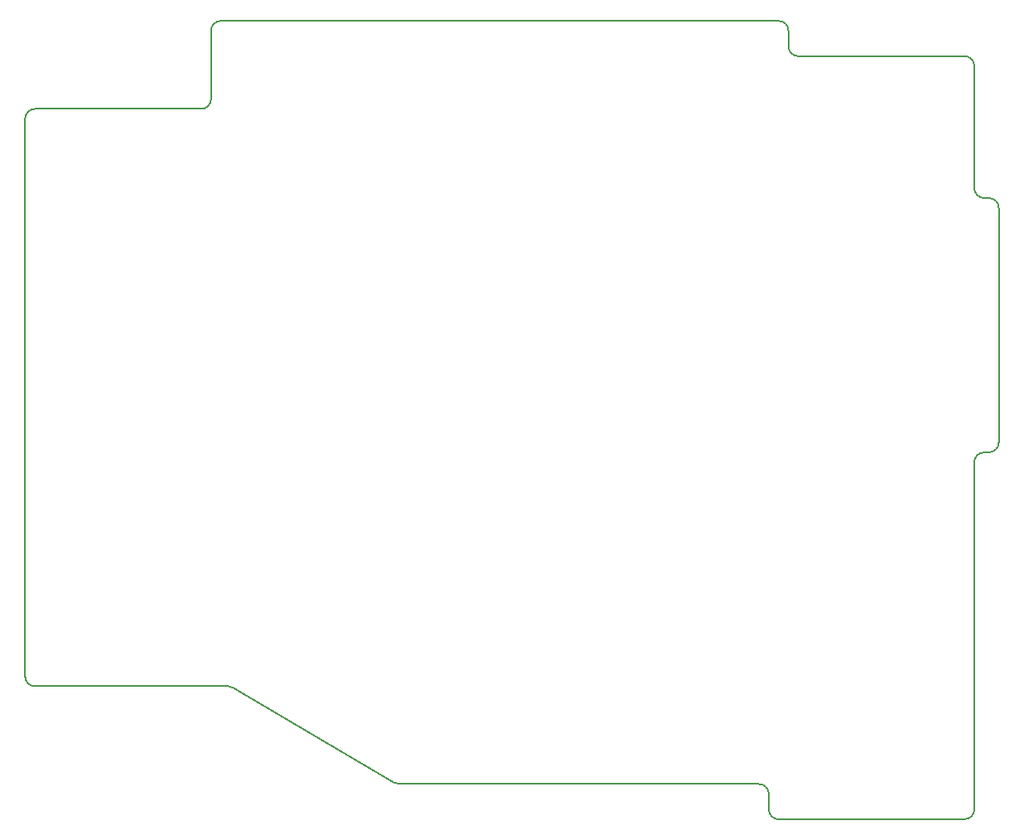
<source format=gbr>
%TF.GenerationSoftware,KiCad,Pcbnew,7.0.7*%
%TF.CreationDate,2023-11-30T20:13:54-05:00*%
%TF.ProjectId,pcb,7063622e-6b69-4636-9164-5f7063625858,v1.0.0*%
%TF.SameCoordinates,Original*%
%TF.FileFunction,Profile,NP*%
%FSLAX46Y46*%
G04 Gerber Fmt 4.6, Leading zero omitted, Abs format (unit mm)*
G04 Created by KiCad (PCBNEW 7.0.7) date 2023-11-30 20:13:54*
%MOMM*%
%LPD*%
G01*
G04 APERTURE LIST*
%TA.AperFunction,Profile*%
%ADD10C,0.150000*%
%TD*%
G04 APERTURE END LIST*
D10*
X27265286Y-1361938D02*
G75*
G03*
X27772308Y-1500000I507014J861938D01*
G01*
X67500000Y75500000D02*
X67500000Y73900000D01*
X66500000Y-5100000D02*
X85500000Y-5100000D01*
X86500000Y59400000D02*
G75*
G03*
X87500000Y58400000I1000000J0D01*
G01*
X87500000Y58400000D02*
X88000000Y58400000D01*
X68500000Y72900000D02*
X85500000Y72900000D01*
X86500000Y71900000D02*
G75*
G03*
X85500000Y72900000I-1000000J0D01*
G01*
X-10500000Y9500000D02*
X-10500000Y66500000D01*
X67500000Y73900000D02*
G75*
G03*
X68500000Y72900000I1000000J0D01*
G01*
X65500000Y-4100000D02*
X65500000Y-2500000D01*
X85500000Y-5100000D02*
G75*
G03*
X86500000Y-4100000I0J1000000D01*
G01*
X89000000Y57400000D02*
X89000000Y33400000D01*
X10734714Y8361938D02*
G75*
G03*
X10227692Y8500000I-507014J-861938D01*
G01*
X67500000Y75500000D02*
G75*
G03*
X66500000Y76500000I-1000000J0D01*
G01*
X88000000Y32400000D02*
X87500000Y32400000D01*
X86500000Y59400000D02*
X86500000Y71900000D01*
X89000000Y57400000D02*
G75*
G03*
X88000000Y58400000I-1000000J0D01*
G01*
X-10500000Y9500000D02*
G75*
G03*
X-9500000Y8500000I999999J-1D01*
G01*
X27265288Y-1361934D02*
X10734712Y8361934D01*
X-9500000Y67500000D02*
X7500000Y67500000D01*
X27772308Y-1500000D02*
X64500000Y-1500000D01*
X87500000Y32400000D02*
G75*
G03*
X86500000Y31400000I0J-1000000D01*
G01*
X-9500000Y8500000D02*
X10227692Y8500000D01*
X86500000Y-4100000D02*
X86500000Y31400000D01*
X7500000Y67500000D02*
G75*
G03*
X8500000Y68500000I0J1000000D01*
G01*
X88000000Y32400000D02*
G75*
G03*
X89000000Y33400000I0J1000000D01*
G01*
X9500000Y76500000D02*
X66500000Y76500000D01*
X65500000Y-2500000D02*
G75*
G03*
X64500000Y-1500000I-1000000J0D01*
G01*
X-9500000Y67500000D02*
G75*
G03*
X-10500000Y66500000I-1J-999999D01*
G01*
X9500000Y76500000D02*
G75*
G03*
X8500000Y75500000I0J-1000000D01*
G01*
X8500000Y68500000D02*
X8500000Y75500000D01*
X65500000Y-4100000D02*
G75*
G03*
X66500000Y-5100000I1000000J0D01*
G01*
M02*

</source>
